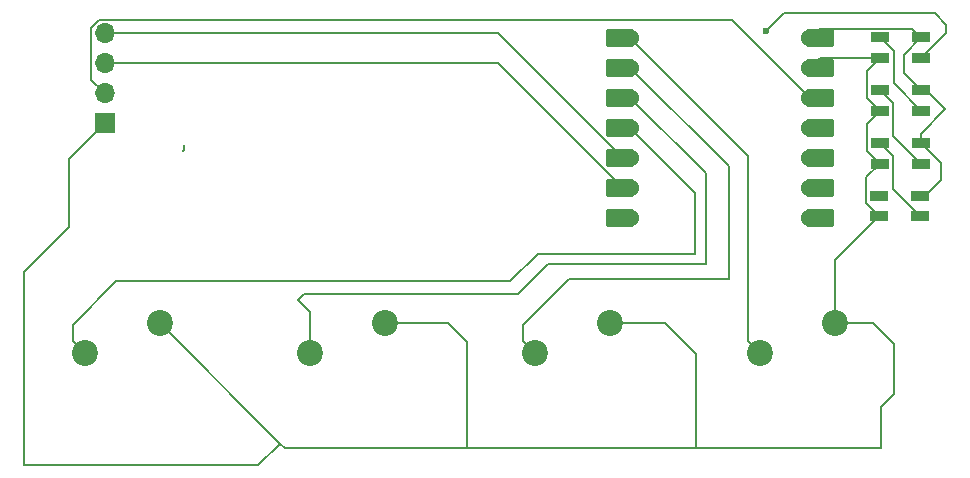
<source format=gbr>
%TF.GenerationSoftware,KiCad,Pcbnew,9.0.6*%
%TF.CreationDate,2025-12-02T23:32:36+00:00*%
%TF.ProjectId,MyPCB,4d795043-422e-46b6-9963-61645f706362,rev?*%
%TF.SameCoordinates,Original*%
%TF.FileFunction,Copper,L1,Top*%
%TF.FilePolarity,Positive*%
%FSLAX46Y46*%
G04 Gerber Fmt 4.6, Leading zero omitted, Abs format (unit mm)*
G04 Created by KiCad (PCBNEW 9.0.6) date 2025-12-02 23:32:36*
%MOMM*%
%LPD*%
G01*
G04 APERTURE LIST*
G04 Aperture macros list*
%AMRoundRect*
0 Rectangle with rounded corners*
0 $1 Rounding radius*
0 $2 $3 $4 $5 $6 $7 $8 $9 X,Y pos of 4 corners*
0 Add a 4 corners polygon primitive as box body*
4,1,4,$2,$3,$4,$5,$6,$7,$8,$9,$2,$3,0*
0 Add four circle primitives for the rounded corners*
1,1,$1+$1,$2,$3*
1,1,$1+$1,$4,$5*
1,1,$1+$1,$6,$7*
1,1,$1+$1,$8,$9*
0 Add four rect primitives between the rounded corners*
20,1,$1+$1,$2,$3,$4,$5,0*
20,1,$1+$1,$4,$5,$6,$7,0*
20,1,$1+$1,$6,$7,$8,$9,0*
20,1,$1+$1,$8,$9,$2,$3,0*%
G04 Aperture macros list end*
%TA.AperFunction,ComponentPad*%
%ADD10O,1.700000X1.700000*%
%TD*%
%TA.AperFunction,ComponentPad*%
%ADD11R,1.700000X1.700000*%
%TD*%
%TA.AperFunction,SMDPad,CuDef*%
%ADD12R,1.600000X0.850000*%
%TD*%
%TA.AperFunction,ComponentPad*%
%ADD13C,2.200000*%
%TD*%
%TA.AperFunction,SMDPad,CuDef*%
%ADD14RoundRect,0.152400X1.063600X0.609600X-1.063600X0.609600X-1.063600X-0.609600X1.063600X-0.609600X0*%
%TD*%
%TA.AperFunction,ComponentPad*%
%ADD15C,1.524000*%
%TD*%
%TA.AperFunction,SMDPad,CuDef*%
%ADD16RoundRect,0.152400X-1.063600X-0.609600X1.063600X-0.609600X1.063600X0.609600X-1.063600X0.609600X0*%
%TD*%
%TA.AperFunction,ViaPad*%
%ADD17C,0.600000*%
%TD*%
%TA.AperFunction,Conductor*%
%ADD18C,0.200000*%
%TD*%
G04 APERTURE END LIST*
D10*
%TO.P,J1,4,Pin_4*%
%TO.N,SDA*%
X169800000Y-85950000D03*
%TO.P,J1,3,Pin_3*%
%TO.N,SCL*%
X169800000Y-88490000D03*
%TO.P,J1,2,Pin_2*%
%TO.N,3V3*%
X169800000Y-91030000D03*
D11*
%TO.P,J1,1,Pin_1*%
%TO.N,GND*%
X169800000Y-93570000D03*
%TD*%
D12*
%TO.P,D1,1,DOUT*%
%TO.N,Net-(D1-DOUT)*%
X235390000Y-86300000D03*
%TO.P,D1,2,VSS*%
%TO.N,GND*%
X235390000Y-88050000D03*
%TO.P,D1,3,DIN*%
%TO.N,Net-(D1-DIN)*%
X238890000Y-88050000D03*
%TO.P,D1,4,VDD*%
%TO.N,+5V*%
X238890000Y-86300000D03*
%TD*%
%TO.P,D2,1,DOUT*%
%TO.N,Net-(D2-DOUT)*%
X235390000Y-90772500D03*
%TO.P,D2,2,VSS*%
%TO.N,GND*%
X235390000Y-92522500D03*
%TO.P,D2,3,DIN*%
%TO.N,Net-(D1-DOUT)*%
X238890000Y-92522500D03*
%TO.P,D2,4,VDD*%
%TO.N,+5V*%
X238890000Y-90772500D03*
%TD*%
%TO.P,D3,1,DOUT*%
%TO.N,Net-(D3-DOUT)*%
X235370000Y-95245000D03*
%TO.P,D3,2,VSS*%
%TO.N,GND*%
X235370000Y-96995000D03*
%TO.P,D3,3,DIN*%
%TO.N,Net-(D2-DOUT)*%
X238870000Y-96995000D03*
%TO.P,D3,4,VDD*%
%TO.N,+5V*%
X238870000Y-95245000D03*
%TD*%
%TO.P,D4,1,DOUT*%
%TO.N,unconnected-(D4-DOUT-Pad1)*%
X235320000Y-99717500D03*
%TO.P,D4,2,VSS*%
%TO.N,GND*%
X235320000Y-101467500D03*
%TO.P,D4,3,DIN*%
%TO.N,Net-(D3-DOUT)*%
X238820000Y-101467500D03*
%TO.P,D4,4,VDD*%
%TO.N,+5V*%
X238820000Y-99717500D03*
%TD*%
D13*
%TO.P,SW2,1,1*%
%TO.N,GND*%
X193493333Y-110490000D03*
%TO.P,SW2,2,2*%
%TO.N,Net-(U1-GPIO28{slash}ADC2{slash}A2)*%
X187143333Y-113030000D03*
%TD*%
%TO.P,SW3,1,1*%
%TO.N,GND*%
X212530000Y-110490000D03*
%TO.P,SW3,2,2*%
%TO.N,Net-(U1-GPIO27{slash}ADC1{slash}A1)*%
X206180000Y-113030000D03*
%TD*%
%TO.P,SW4,1,1*%
%TO.N,GND*%
X231600000Y-110490000D03*
%TO.P,SW4,2,2*%
%TO.N,Net-(U1-GPIO26{slash}ADC0{slash}A0)*%
X225250000Y-113030000D03*
%TD*%
D14*
%TO.P,U1,1,GPIO26/ADC0/A0*%
%TO.N,Net-(U1-GPIO26{slash}ADC0{slash}A0)*%
X213422332Y-86330000D03*
D15*
X214257332Y-86330000D03*
D14*
%TO.P,U1,2,GPIO27/ADC1/A1*%
%TO.N,Net-(U1-GPIO27{slash}ADC1{slash}A1)*%
X213422332Y-88870000D03*
D15*
X214257332Y-88870000D03*
D14*
%TO.P,U1,3,GPIO28/ADC2/A2*%
%TO.N,Net-(U1-GPIO28{slash}ADC2{slash}A2)*%
X213422332Y-91410000D03*
D15*
X214257332Y-91410000D03*
D14*
%TO.P,U1,4,GPIO29/ADC3/A3*%
%TO.N,Net-(U1-GPIO29{slash}ADC3{slash}A3)*%
X213422332Y-93950000D03*
D15*
X214257332Y-93950000D03*
D14*
%TO.P,U1,5,GPIO6/SDA*%
%TO.N,SDA*%
X213422332Y-96490000D03*
D15*
X214257332Y-96490000D03*
D14*
%TO.P,U1,6,GPIO7/SCL*%
%TO.N,SCL*%
X213422332Y-99030000D03*
D15*
X214257332Y-99030000D03*
D14*
%TO.P,U1,7,GPIO0/TX*%
%TO.N,Net-(D1-DIN)*%
X213422332Y-101570000D03*
D15*
X214257332Y-101570000D03*
%TO.P,U1,8,GPIO1/RX*%
%TO.N,unconnected-(U1-GPIO1{slash}RX-Pad8)*%
X229497332Y-101570000D03*
D16*
X230332332Y-101570000D03*
D15*
%TO.P,U1,9,GPIO2/SCK*%
%TO.N,unconnected-(U1-GPIO2{slash}SCK-Pad9)*%
X229497332Y-99030000D03*
D16*
X230332332Y-99030000D03*
D15*
%TO.P,U1,10,GPIO4/MISO*%
%TO.N,unconnected-(U1-GPIO4{slash}MISO-Pad10)*%
X229497332Y-96490000D03*
D16*
X230332332Y-96490000D03*
D15*
%TO.P,U1,11,GPIO3/MOSI*%
%TO.N,unconnected-(U1-GPIO3{slash}MOSI-Pad11)*%
X229497332Y-93950000D03*
D16*
X230332332Y-93950000D03*
D15*
%TO.P,U1,12,3V3*%
%TO.N,3V3*%
X229497332Y-91410000D03*
D16*
X230332332Y-91410000D03*
D15*
%TO.P,U1,13,GND*%
%TO.N,GND*%
X229497332Y-88870000D03*
D16*
X230332332Y-88870000D03*
D15*
%TO.P,U1,14,VBUS*%
%TO.N,+5V*%
X229497332Y-86330000D03*
D16*
X230332332Y-86330000D03*
%TD*%
D13*
%TO.P,SW1,1,1*%
%TO.N,GND*%
X174420000Y-110490000D03*
%TO.P,SW1,2,2*%
%TO.N,Net-(U1-GPIO29{slash}ADC3{slash}A3)*%
X168070000Y-113030000D03*
%TD*%
D17*
%TO.N,Net-(D1-DIN)*%
X225730000Y-85780000D03*
%TD*%
D18*
%TO.N,SCL*%
X169800000Y-88490000D02*
X203103706Y-88490000D01*
%TO.N,3V3*%
X169800000Y-91030000D02*
X168649000Y-89879000D01*
X169323240Y-84799000D02*
X222886332Y-84799000D01*
%TO.N,SCL*%
X203103706Y-88490000D02*
X213643706Y-99030000D01*
%TO.N,3V3*%
X168649000Y-89879000D02*
X168649000Y-85473240D01*
%TO.N,SDA*%
X169800000Y-85950000D02*
X203103706Y-85950000D01*
%TO.N,3V3*%
X168649000Y-85473240D02*
X169323240Y-84799000D01*
%TO.N,SDA*%
X203103706Y-85950000D02*
X213643706Y-96490000D01*
%TO.N,*%
X176370000Y-95940000D02*
X176490000Y-95820000D01*
%TO.N,GND*%
X166786332Y-96583668D02*
X166786332Y-102386000D01*
%TO.N,*%
X176490000Y-95460000D02*
X176490000Y-95820000D01*
%TO.N,GND*%
X169800000Y-93570000D02*
X166786332Y-96583668D01*
X231600000Y-105187500D02*
X235320000Y-101467500D01*
X231600000Y-110490000D02*
X231600000Y-105187500D01*
X162960000Y-106212332D02*
X162960000Y-122550000D01*
X166786332Y-102386000D02*
X162960000Y-106212332D01*
X182770000Y-122550000D02*
X184625000Y-120695000D01*
X162960000Y-122550000D02*
X182770000Y-122550000D01*
%TO.N,+5V*%
X239212500Y-99717500D02*
X238820000Y-99717500D01*
X240570000Y-96945000D02*
X240570000Y-98360000D01*
X240570000Y-98360000D02*
X239212500Y-99717500D01*
X238870000Y-95245000D02*
X240570000Y-96945000D01*
X238870000Y-94480000D02*
X238870000Y-95245000D01*
X239322500Y-90772500D02*
X240950000Y-92400000D01*
X238890000Y-90772500D02*
X239322500Y-90772500D01*
X240950000Y-92400000D02*
X238870000Y-94480000D01*
X237420000Y-89302500D02*
X238890000Y-90772500D01*
X238890000Y-86300000D02*
X237420000Y-87770000D01*
X237420000Y-87770000D02*
X237420000Y-89302500D01*
X230259331Y-85568001D02*
X229497332Y-86330000D01*
X238158000Y-85568000D02*
X230259331Y-85568001D01*
X238890000Y-86300000D02*
X238158000Y-85568000D01*
%TO.N,Net-(D1-DIN)*%
X227290000Y-84220000D02*
X225730000Y-85780000D01*
X240030000Y-84220000D02*
X227290000Y-84220000D01*
X241029000Y-85219000D02*
X240030000Y-84220000D01*
X241029000Y-85911000D02*
X241029000Y-85219000D01*
X238890000Y-88050000D02*
X241029000Y-85911000D01*
%TO.N,GND*%
X230317332Y-88050000D02*
X229497332Y-88870000D01*
X235390000Y-88050000D02*
X230317332Y-88050000D01*
X234289000Y-91421500D02*
X235390000Y-92522500D01*
X234289000Y-89151000D02*
X234289000Y-91421500D01*
X235390000Y-88050000D02*
X234289000Y-89151000D01*
X234269000Y-95894000D02*
X235370000Y-96995000D01*
X235390000Y-92522500D02*
X234269000Y-93643500D01*
X234269000Y-93643500D02*
X234269000Y-95894000D01*
X234219000Y-100366500D02*
X235320000Y-101467500D01*
X234219000Y-98146000D02*
X234219000Y-100366500D01*
X235370000Y-96995000D02*
X234219000Y-98146000D01*
%TO.N,Net-(D3-DOUT)*%
X236490000Y-99137500D02*
X238820000Y-101467500D01*
X236490000Y-96365000D02*
X236490000Y-99137500D01*
X235370000Y-95245000D02*
X236490000Y-96365000D01*
%TO.N,Net-(D2-DOUT)*%
X236520000Y-94645000D02*
X238870000Y-96995000D01*
X235390000Y-90772500D02*
X236520000Y-91902500D01*
X236520000Y-91902500D02*
X236520000Y-94645000D01*
%TO.N,Net-(D1-DOUT)*%
X236570000Y-90202500D02*
X238890000Y-92522500D01*
X236570000Y-87480000D02*
X236570000Y-90202500D01*
X235390000Y-86300000D02*
X236570000Y-87480000D01*
%TO.N,GND*%
X217230000Y-110490000D02*
X219820000Y-113080000D01*
X200400000Y-121090000D02*
X219820000Y-121090000D01*
X230574962Y-88870000D02*
X229497332Y-88870000D01*
X219820000Y-121090000D02*
X235520000Y-121090000D01*
X184625000Y-120695000D02*
X185020000Y-121090000D01*
X236620000Y-116540000D02*
X236620000Y-112290000D01*
X229497332Y-88870000D02*
X230332332Y-88870000D01*
X174420000Y-110490000D02*
X184625000Y-120695000D01*
X198810000Y-110490000D02*
X200400000Y-112080000D01*
X193493333Y-110490000D02*
X198810000Y-110490000D01*
X235520000Y-121090000D02*
X235520000Y-117640000D01*
X219820000Y-113080000D02*
X219820000Y-121090000D01*
X200400000Y-112080000D02*
X200400000Y-121090000D01*
X236620000Y-112290000D02*
X234820000Y-110490000D01*
X234820000Y-110490000D02*
X231600000Y-110490000D01*
X185020000Y-121090000D02*
X200400000Y-121090000D01*
X235520000Y-117640000D02*
X236620000Y-116540000D01*
X212530000Y-110490000D02*
X217230000Y-110490000D01*
%TO.N,SDA*%
X213643706Y-96490000D02*
X214257332Y-96490000D01*
%TO.N,SCL*%
X213643706Y-99030000D02*
X214257332Y-99030000D01*
%TO.N,3V3*%
X222886332Y-84799000D02*
X229497332Y-91410000D01*
%TO.N,Net-(U1-GPIO26{slash}ADC0{slash}A0)*%
X214257332Y-86330000D02*
X224255332Y-96328000D01*
X224255332Y-96328000D02*
X224255332Y-112035332D01*
X224255332Y-112035332D02*
X225250000Y-113030000D01*
%TO.N,Net-(U1-GPIO27{slash}ADC1{slash}A1)*%
X205185332Y-110656667D02*
X205185332Y-112035332D01*
X205185332Y-112035332D02*
X206180000Y-113030000D01*
X222610000Y-97222668D02*
X214257332Y-88870000D01*
X205185332Y-110656667D02*
X209061999Y-106780000D01*
X222610000Y-106780000D02*
X222610000Y-97222668D01*
X209061999Y-106780000D02*
X222610000Y-106780000D01*
%TO.N,Net-(U1-GPIO28{slash}ADC2{slash}A2)*%
X207330000Y-105480000D02*
X204770000Y-108040000D01*
X187143333Y-109526003D02*
X187143333Y-113030000D01*
X186640000Y-108040000D02*
X186148665Y-108531335D01*
X214257332Y-91410000D02*
X220660000Y-97812668D01*
X220660000Y-105480000D02*
X207330000Y-105480000D01*
X220660000Y-97812668D02*
X220660000Y-105480000D01*
X186148665Y-108531335D02*
X187143333Y-109526003D01*
X204770000Y-108040000D02*
X186640000Y-108040000D01*
%TO.N,Net-(U1-GPIO29{slash}ADC3{slash}A3)*%
X167075332Y-110656667D02*
X167075332Y-112035332D01*
X167075332Y-110656667D02*
X170761999Y-106970000D01*
X204120000Y-106970000D02*
X206440000Y-104650000D01*
X219780000Y-104650000D02*
X219780000Y-99472668D01*
X170761999Y-106970000D02*
X204120000Y-106970000D01*
X167075332Y-112035332D02*
X168070000Y-113030000D01*
X219780000Y-99472668D02*
X214257332Y-93950000D01*
X206440000Y-104650000D02*
X219780000Y-104650000D01*
%TD*%
M02*

</source>
